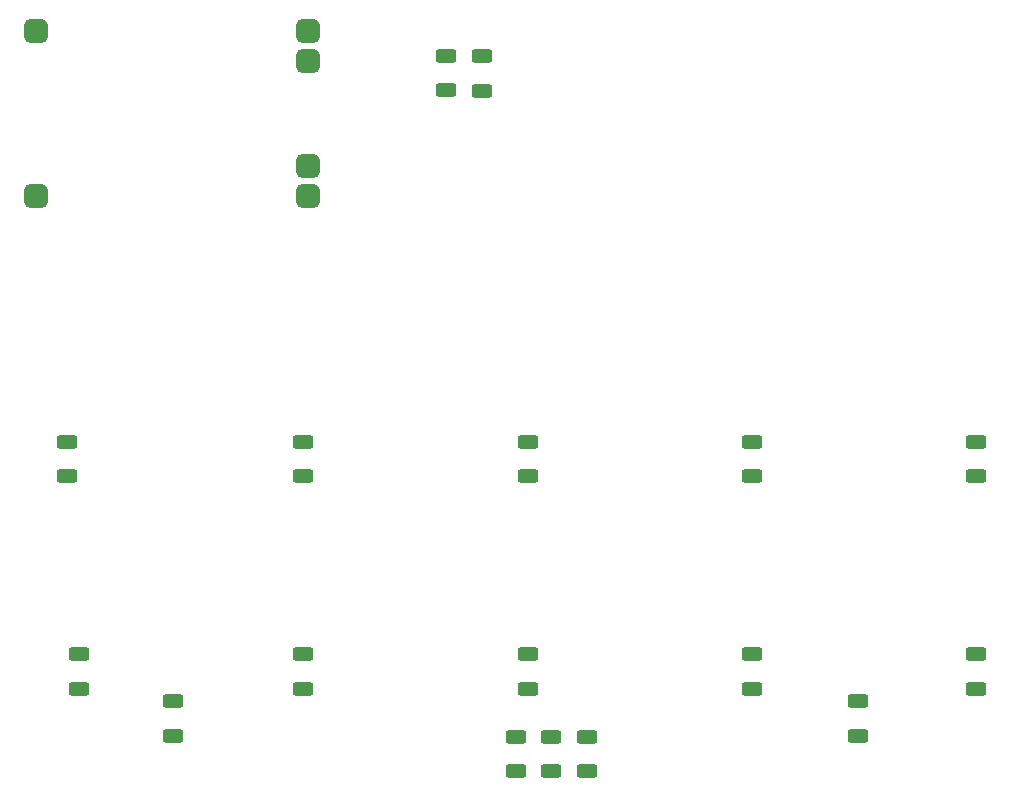
<source format=gbp>
%TF.GenerationSoftware,KiCad,Pcbnew,6.0.5-a6ca702e91~116~ubuntu22.04.1*%
%TF.CreationDate,2022-07-07T11:21:45+05:30*%
%TF.ProjectId,macro_pad,6d616372-6f5f-4706-9164-2e6b69636164,rev?*%
%TF.SameCoordinates,Original*%
%TF.FileFunction,Paste,Bot*%
%TF.FilePolarity,Positive*%
%FSLAX46Y46*%
G04 Gerber Fmt 4.6, Leading zero omitted, Abs format (unit mm)*
G04 Created by KiCad (PCBNEW 6.0.5-a6ca702e91~116~ubuntu22.04.1) date 2022-07-07 11:21:45*
%MOMM*%
%LPD*%
G01*
G04 APERTURE LIST*
G04 Aperture macros list*
%AMRoundRect*
0 Rectangle with rounded corners*
0 $1 Rounding radius*
0 $2 $3 $4 $5 $6 $7 $8 $9 X,Y pos of 4 corners*
0 Add a 4 corners polygon primitive as box body*
4,1,4,$2,$3,$4,$5,$6,$7,$8,$9,$2,$3,0*
0 Add four circle primitives for the rounded corners*
1,1,$1+$1,$2,$3*
1,1,$1+$1,$4,$5*
1,1,$1+$1,$6,$7*
1,1,$1+$1,$8,$9*
0 Add four rect primitives between the rounded corners*
20,1,$1+$1,$2,$3,$4,$5,0*
20,1,$1+$1,$4,$5,$6,$7,0*
20,1,$1+$1,$6,$7,$8,$9,0*
20,1,$1+$1,$8,$9,$2,$3,0*%
G04 Aperture macros list end*
%ADD10RoundRect,0.250000X0.625000X-0.312500X0.625000X0.312500X-0.625000X0.312500X-0.625000X-0.312500X0*%
%ADD11RoundRect,0.250000X-0.625000X0.312500X-0.625000X-0.312500X0.625000X-0.312500X0.625000X0.312500X0*%
%ADD12RoundRect,0.500000X-0.500000X-0.500000X0.500000X-0.500000X0.500000X0.500000X-0.500000X0.500000X0*%
G04 APERTURE END LIST*
D10*
%TO.C,R6*%
X104000000Y-138462500D03*
X104000000Y-135537500D03*
%TD*%
D11*
%TO.C,R17*%
X135130000Y-84882500D03*
X135130000Y-87807500D03*
%TD*%
D10*
%TO.C,R3*%
X142000000Y-120462500D03*
X142000000Y-117537500D03*
%TD*%
%TO.C,R2*%
X123000000Y-120462500D03*
X123000000Y-117537500D03*
%TD*%
%TO.C,R7*%
X123000000Y-138462500D03*
X123000000Y-135537500D03*
%TD*%
D12*
%TO.C,U1*%
X100375000Y-96750000D03*
X100375000Y-82750000D03*
X123375000Y-96750000D03*
X123375000Y-94210000D03*
X123375000Y-85290000D03*
X123375000Y-82750000D03*
%TD*%
D10*
%TO.C,R16*%
X138130000Y-87845000D03*
X138130000Y-84920000D03*
%TD*%
D11*
%TO.C,R11*%
X112000000Y-139537500D03*
X112000000Y-142462500D03*
%TD*%
D10*
%TO.C,R8*%
X142000000Y-138462500D03*
X142000000Y-135537500D03*
%TD*%
%TO.C,R5*%
X180000000Y-120462500D03*
X180000000Y-117537500D03*
%TD*%
D11*
%TO.C,R15*%
X170000000Y-139537500D03*
X170000000Y-142462500D03*
%TD*%
D10*
%TO.C,R13*%
X144000000Y-145462500D03*
X144000000Y-142537500D03*
%TD*%
%TO.C,R14*%
X147000000Y-145462500D03*
X147000000Y-142537500D03*
%TD*%
%TO.C,R10*%
X180000000Y-138462500D03*
X180000000Y-135537500D03*
%TD*%
%TO.C,R1*%
X103000000Y-120462500D03*
X103000000Y-117537500D03*
%TD*%
%TO.C,R12*%
X141000000Y-145462500D03*
X141000000Y-142537500D03*
%TD*%
%TO.C,R4*%
X161000000Y-120462500D03*
X161000000Y-117537500D03*
%TD*%
%TO.C,R9*%
X161000000Y-138462500D03*
X161000000Y-135537500D03*
%TD*%
M02*

</source>
